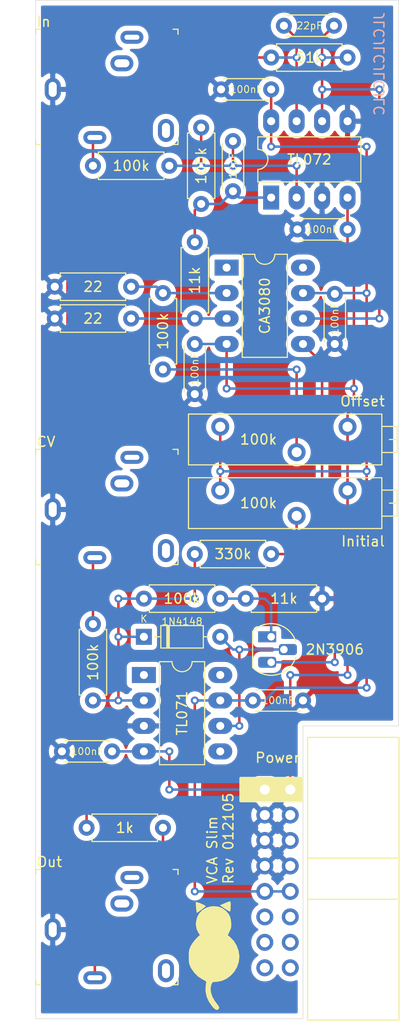
<source format=kicad_pcb>
(kicad_pcb (version 20171130) (host pcbnew "(5.1.9)-1")
  (layers (0 F.Cu signal) (31 B.Cu signal) (34 B.Paste user) (35 F.Paste user) (36 B.SilkS user) (37 F.SilkS user) (38 B.Mask user) (39 F.Mask user) (44 Edge.Cuts user))
  (net 0 "")
  (net 1 "Net-(C1-Pad2)")
  (net 2 "Net-(C1-Pad1)")
  (net 3 "Net-(C2-Pad2)")
  (net 4 "Net-(C2-Pad1)")
  (net 5 +12V)
  (net 6 -12V)
  (net 7 "Net-(D1-Pad2)")
  (net 8 "Net-(D1-Pad1)")
  (net 9 "Net-(J1-PadT)")
  (net 10 GND)
  (net 11 "Net-(J2-PadT)")
  (net 12 "Net-(J3-PadT)")
  (net 13 "Net-(Q1-Pad1)")
  (net 14 "Net-(Q1-Pad3)")
  (net 15 "Net-(R3-Pad1)")
  (net 16 "Net-(R7-Pad2)")
  (net 17 "Net-(R7-Pad1)")
  (net 18 "Net-(R10-Pad2)")
  (module "Logos:CATs Tiny" (layer F.Cu) (at 17.78 95.25)
    (fp_text reference G*** hide)
    (fp_text value LOGO hide)
    (fp_poly (pts (xy 0.456975 -4.829467) (xy 0.844529 -4.680439) (xy 1.191874 -4.417732) (xy 1.225458 -4.384822) (xy 1.464055 -4.107912) (xy 1.614725 -3.824626) (xy 1.697509 -3.48841) (xy 1.723932 -3.226841) (xy 1.734654 -2.951323) (xy 1.716742 -2.749366) (xy 1.65967 -2.562077) (xy 1.569921 -2.365136) (xy 1.384587 -1.986327) (xy 1.6542 -1.762371) (xy 2.003462 -1.391333) (xy 2.277837 -0.934957) (xy 2.461494 -0.427833) (xy 2.538602 0.095445) (xy 2.54 0.173282) (xy 2.479094 0.70132) (xy 2.306737 1.199219) (xy 2.038466 1.650702) (xy 1.689822 2.039491) (xy 1.276342 2.34931) (xy 0.813566 2.56388) (xy 0.317032 2.666923) (xy 0.153071 2.673684) (xy -0.034668 2.683029) (xy -0.140304 2.732592) (xy -0.215185 2.854664) (xy -0.245147 2.924124) (xy -0.328912 3.292435) (xy -0.298378 3.702429) (xy -0.158607 4.135591) (xy 0.085336 4.573404) (xy 0.274598 4.824623) (xy 0.44326 5.045034) (xy 0.52047 5.201237) (xy 0.514114 5.318485) (xy 0.454526 5.400842) (xy 0.324072 5.474092) (xy 0.173517 5.440022) (xy -0.011028 5.293) (xy -0.130663 5.163553) (xy -0.480998 4.677667) (xy -0.713949 4.170772) (xy -0.8228 3.658744) (xy -0.830224 3.509211) (xy -0.825258 3.237845) (xy -0.807069 2.990606) (xy -0.782155 2.833508) (xy -0.759598 2.718381) (xy -0.780562 2.638134) (xy -0.86865 2.564707) (xy -1.047465 2.470041) (xy -1.116366 2.436221) (xy -1.549326 2.159047) (xy -1.938428 1.784867) (xy -2.247699 1.350126) (xy -2.315877 1.220895) (xy -2.404608 1.024189) (xy -2.460164 0.848821) (xy -2.490089 0.652432) (xy -2.501923 0.392661) (xy -2.503487 0.167105) (xy -2.499561 -0.156144) (xy -2.482584 -0.388705) (xy -2.444758 -0.573474) (xy -2.378284 -0.753342) (xy -2.309046 -0.902368) (xy -2.143994 -1.180462) (xy -1.923215 -1.472277) (xy -1.755235 -1.655242) (xy -1.395863 -2.007063) (xy -1.52418 -2.189979) (xy -1.717078 -2.579583) (xy -1.793965 -3.026348) (xy -1.787131 -3.273137) (xy -1.682718 -3.746388) (xy -1.46985 -4.15336) (xy -1.162458 -4.481549) (xy -0.774479 -4.718456) (xy -0.319844 -4.851579) (xy 0 -4.876538) (xy 0.456975 -4.829467)) (layer F.SilkS) (width 0.01))
    (fp_poly (pts (xy -1.562706 -5.239162) (xy -1.330645 -5.154334) (xy -1.283703 -5.135003) (xy -1.058284 -5.033511) (xy -0.893477 -4.945537) (xy -0.817481 -4.886585) (xy -0.815808 -4.877756) (xy -0.873658 -4.81923) (xy -1.007804 -4.70839) (xy -1.186161 -4.56946) (xy -1.376644 -4.426659) (xy -1.547168 -4.304209) (xy -1.66565 -4.22633) (xy -1.698959 -4.211053) (xy -1.717896 -4.272226) (xy -1.742797 -4.433953) (xy -1.768786 -4.663544) (xy -1.772965 -4.707022) (xy -1.792492 -4.956568) (xy -1.800971 -5.155657) (xy -1.79686 -5.265493) (xy -1.795379 -5.271027) (xy -1.726325 -5.280374) (xy -1.562706 -5.239162)) (layer F.SilkS) (width 0.01))
    (fp_poly (pts (xy 1.658089 -5.308771) (xy 1.673741 -5.187171) (xy 1.671837 -4.983051) (xy 1.671052 -4.877819) (xy 1.6641 -4.588967) (xy 1.641688 -4.418388) (xy 1.601483 -4.351319) (xy 1.5875 -4.349029) (xy 1.496195 -4.386629) (xy 1.327628 -4.482723) (xy 1.113766 -4.618727) (xy 1.049907 -4.661574) (xy 0.595867 -4.969826) (xy 0.983065 -5.130296) (xy 1.287368 -5.258615) (xy 1.486744 -5.336478) (xy 1.603037 -5.355868) (xy 1.658089 -5.308771)) (layer F.SilkS) (width 0.01))
  )
  (module Package_DIP:DIP-8_W7.62mm_LongPads (layer F.Cu) (at 10.795 67.31)
    (fp_text reference U3 hide)
    (fp_text value TL071 (at 3.81 3.81 90) (layer F.SilkS))
    (fp_arc (start 3.81 -1.33) (end 2.81 -1.33) (angle -180) (layer F.SilkS) (width 0.12))
    (fp_line (start 2.81 -1.33) (end 1.56 -1.33) (layer F.SilkS) (width 0.12))
    (fp_line (start 1.56 -1.33) (end 1.56 8.95) (layer F.SilkS) (width 0.12))
    (fp_line (start 1.56 8.95) (end 6.06 8.95) (layer F.SilkS) (width 0.12))
    (fp_line (start 6.06 8.95) (end 6.06 -1.33) (layer F.SilkS) (width 0.12))
    (fp_line (start 6.06 -1.33) (end 4.81 -1.33) (layer F.SilkS) (width 0.12))
    (pad 8 thru_hole oval (at 7.62 0) (size 2.4 1.6) (drill 0.8) (layers *.Cu *.Mask))
    (pad 4 thru_hole oval (at 0 7.62) (size 2.4 1.6) (drill 0.8) (layers *.Cu *.Mask) (net 6 -12V))
    (pad 7 thru_hole oval (at 7.62 2.54) (size 2.4 1.6) (drill 0.8) (layers *.Cu *.Mask) (net 5 +12V))
    (pad 3 thru_hole oval (at 0 5.08) (size 2.4 1.6) (drill 0.8) (layers *.Cu *.Mask) (net 10 GND))
    (pad 6 thru_hole oval (at 7.62 5.08) (size 2.4 1.6) (drill 0.8) (layers *.Cu *.Mask) (net 7 "Net-(D1-Pad2)"))
    (pad 2 thru_hole oval (at 0 2.54) (size 2.4 1.6) (drill 0.8) (layers *.Cu *.Mask) (net 8 "Net-(D1-Pad1)"))
    (pad 5 thru_hole oval (at 7.62 7.62) (size 2.4 1.6) (drill 0.8) (layers *.Cu *.Mask))
    (pad 1 thru_hole rect (at 0 0) (size 2.4 1.6) (drill 0.8) (layers *.Cu *.Mask))
  )
  (module Package_DIP:DIP-8_W7.62mm_LongPads (layer F.Cu) (at 19.05 26.67)
    (fp_text reference U2 hide)
    (fp_text value CA3080 (at 3.81 3.81 90) (layer F.SilkS))
    (fp_arc (start 3.81 -1.33) (end 2.81 -1.33) (angle -180) (layer F.SilkS) (width 0.12))
    (fp_line (start 2.81 -1.33) (end 1.56 -1.33) (layer F.SilkS) (width 0.12))
    (fp_line (start 1.56 -1.33) (end 1.56 8.95) (layer F.SilkS) (width 0.12))
    (fp_line (start 1.56 8.95) (end 6.06 8.95) (layer F.SilkS) (width 0.12))
    (fp_line (start 6.06 8.95) (end 6.06 -1.33) (layer F.SilkS) (width 0.12))
    (fp_line (start 6.06 -1.33) (end 4.81 -1.33) (layer F.SilkS) (width 0.12))
    (pad 8 thru_hole oval (at 7.62 0) (size 2.4 1.6) (drill 0.8) (layers *.Cu *.Mask))
    (pad 4 thru_hole oval (at 0 7.62) (size 2.4 1.6) (drill 0.8) (layers *.Cu *.Mask) (net 6 -12V))
    (pad 7 thru_hole oval (at 7.62 2.54) (size 2.4 1.6) (drill 0.8) (layers *.Cu *.Mask) (net 5 +12V))
    (pad 3 thru_hole oval (at 0 5.08) (size 2.4 1.6) (drill 0.8) (layers *.Cu *.Mask) (net 15 "Net-(R3-Pad1)"))
    (pad 6 thru_hole oval (at 7.62 5.08) (size 2.4 1.6) (drill 0.8) (layers *.Cu *.Mask) (net 3 "Net-(C2-Pad2)"))
    (pad 2 thru_hole oval (at 0 2.54) (size 2.4 1.6) (drill 0.8) (layers *.Cu *.Mask) (net 17 "Net-(R7-Pad1)"))
    (pad 5 thru_hole oval (at 7.62 7.62) (size 2.4 1.6) (drill 0.8) (layers *.Cu *.Mask) (net 14 "Net-(Q1-Pad3)"))
    (pad 1 thru_hole rect (at 0 0) (size 2.4 1.6) (drill 0.8) (layers *.Cu *.Mask))
  )
  (module Package_DIP:DIP-8_W7.62mm_LongPads (layer F.Cu) (at 23.495 19.685 90)
    (fp_text reference U1 hide)
    (fp_text value TL072 (at 3.81 3.81 180) (layer F.SilkS))
    (fp_arc (start 3.81 -1.33) (end 2.81 -1.33) (angle -180) (layer F.SilkS) (width 0.12))
    (fp_line (start 2.81 -1.33) (end 1.56 -1.33) (layer F.SilkS) (width 0.12))
    (fp_line (start 1.56 -1.33) (end 1.56 8.95) (layer F.SilkS) (width 0.12))
    (fp_line (start 1.56 8.95) (end 6.06 8.95) (layer F.SilkS) (width 0.12))
    (fp_line (start 6.06 8.95) (end 6.06 -1.33) (layer F.SilkS) (width 0.12))
    (fp_line (start 6.06 -1.33) (end 4.81 -1.33) (layer F.SilkS) (width 0.12))
    (pad 8 thru_hole oval (at 7.62 0 90) (size 2.4 1.6) (drill 0.8) (layers *.Cu *.Mask) (net 5 +12V))
    (pad 4 thru_hole oval (at 0 7.62 90) (size 2.4 1.6) (drill 0.8) (layers *.Cu *.Mask) (net 6 -12V))
    (pad 7 thru_hole oval (at 7.62 2.54 90) (size 2.4 1.6) (drill 0.8) (layers *.Cu *.Mask) (net 4 "Net-(C2-Pad1)"))
    (pad 3 thru_hole oval (at 0 5.08 90) (size 2.4 1.6) (drill 0.8) (layers *.Cu *.Mask) (net 10 GND))
    (pad 6 thru_hole oval (at 7.62 5.08 90) (size 2.4 1.6) (drill 0.8) (layers *.Cu *.Mask) (net 3 "Net-(C2-Pad2)"))
    (pad 2 thru_hole oval (at 0 2.54 90) (size 2.4 1.6) (drill 0.8) (layers *.Cu *.Mask) (net 1 "Net-(C1-Pad2)"))
    (pad 5 thru_hole oval (at 7.62 7.62 90) (size 2.4 1.6) (drill 0.8) (layers *.Cu *.Mask) (net 10 GND))
    (pad 1 thru_hole rect (at 0 0 90) (size 2.4 1.6) (drill 0.8) (layers *.Cu *.Mask) (net 2 "Net-(C1-Pad1)"))
  )
  (module Capacitor_THT:C_Disc_D4.3mm_W1.9mm_P5.00mm (layer F.Cu) (at 7.62 74.93 180)
    (fp_text reference C8 hide)
    (fp_text value 100nF (at 2.5 0) (layer F.SilkS) (effects (font (size 0.7 0.7) (thickness 0.1))))
    (fp_line (start 0.23 -1.07) (end 4.77 -1.07) (layer F.SilkS) (width 0.12))
    (fp_line (start 0.23 1.07) (end 4.77 1.07) (layer F.SilkS) (width 0.12))
    (fp_line (start 0.23 -1.07) (end 0.23 -1.055) (layer F.SilkS) (width 0.12))
    (fp_line (start 0.23 1.055) (end 0.23 1.07) (layer F.SilkS) (width 0.12))
    (fp_line (start 4.77 -1.07) (end 4.77 -1.055) (layer F.SilkS) (width 0.12))
    (fp_line (start 4.77 1.055) (end 4.77 1.07) (layer F.SilkS) (width 0.12))
    (pad 2 thru_hole circle (at 5 0 180) (size 1.6 1.6) (drill 0.8) (layers *.Cu *.Mask) (net 10 GND))
    (pad 1 thru_hole circle (at 0 0 180) (size 1.6 1.6) (drill 0.8) (layers *.Cu *.Mask) (net 6 -12V))
  )
  (module Capacitor_THT:C_Disc_D4.3mm_W1.9mm_P5.00mm (layer F.Cu) (at 15.875 34.29 270)
    (fp_text reference C7 hide)
    (fp_text value 100nF (at 2.5 0 90) (layer F.SilkS) (effects (font (size 0.7 0.7) (thickness 0.1))))
    (fp_line (start 0.23 -1.07) (end 4.77 -1.07) (layer F.SilkS) (width 0.12))
    (fp_line (start 0.23 1.07) (end 4.77 1.07) (layer F.SilkS) (width 0.12))
    (fp_line (start 0.23 -1.07) (end 0.23 -1.055) (layer F.SilkS) (width 0.12))
    (fp_line (start 0.23 1.055) (end 0.23 1.07) (layer F.SilkS) (width 0.12))
    (fp_line (start 4.77 -1.07) (end 4.77 -1.055) (layer F.SilkS) (width 0.12))
    (fp_line (start 4.77 1.055) (end 4.77 1.07) (layer F.SilkS) (width 0.12))
    (pad 2 thru_hole circle (at 5 0 270) (size 1.6 1.6) (drill 0.8) (layers *.Cu *.Mask) (net 10 GND))
    (pad 1 thru_hole circle (at 0 0 270) (size 1.6 1.6) (drill 0.8) (layers *.Cu *.Mask) (net 6 -12V))
  )
  (module Capacitor_THT:C_Disc_D4.3mm_W1.9mm_P5.00mm (layer F.Cu) (at 31.115 22.86 180)
    (fp_text reference C4 hide)
    (fp_text value 100nF (at 2.54 0) (layer F.SilkS) (effects (font (size 0.7 0.7) (thickness 0.1))))
    (fp_line (start 0.23 -1.07) (end 4.77 -1.07) (layer F.SilkS) (width 0.12))
    (fp_line (start 0.23 1.07) (end 4.77 1.07) (layer F.SilkS) (width 0.12))
    (fp_line (start 0.23 -1.07) (end 0.23 -1.055) (layer F.SilkS) (width 0.12))
    (fp_line (start 0.23 1.055) (end 0.23 1.07) (layer F.SilkS) (width 0.12))
    (fp_line (start 4.77 -1.07) (end 4.77 -1.055) (layer F.SilkS) (width 0.12))
    (fp_line (start 4.77 1.055) (end 4.77 1.07) (layer F.SilkS) (width 0.12))
    (pad 2 thru_hole circle (at 5 0 180) (size 1.6 1.6) (drill 0.8) (layers *.Cu *.Mask) (net 10 GND))
    (pad 1 thru_hole circle (at 0 0 180) (size 1.6 1.6) (drill 0.8) (layers *.Cu *.Mask) (net 6 -12V))
  )
  (module Resistor_THT:R_Axial_DIN0207_L6.3mm_D2.5mm_P7.62mm_Horizontal (layer F.Cu) (at 10.795 59.69)
    (fp_text reference R12 hide)
    (fp_text value 100k (at 3.81 0) (layer F.SilkS))
    (fp_line (start 0.54 -1.04) (end 0.54 -1.37) (layer F.SilkS) (width 0.12))
    (fp_line (start 0.54 -1.37) (end 7.08 -1.37) (layer F.SilkS) (width 0.12))
    (fp_line (start 7.08 -1.37) (end 7.08 -1.04) (layer F.SilkS) (width 0.12))
    (fp_line (start 0.54 1.04) (end 0.54 1.37) (layer F.SilkS) (width 0.12))
    (fp_line (start 0.54 1.37) (end 7.08 1.37) (layer F.SilkS) (width 0.12))
    (fp_line (start 7.08 1.37) (end 7.08 1.04) (layer F.SilkS) (width 0.12))
    (pad 2 thru_hole oval (at 7.62 0) (size 1.6 1.6) (drill 0.8) (layers *.Cu *.Mask) (net 13 "Net-(Q1-Pad1)"))
    (pad 1 thru_hole circle (at 0 0) (size 1.6 1.6) (drill 0.8) (layers *.Cu *.Mask) (net 8 "Net-(D1-Pad1)"))
  )
  (module Resistor_THT:R_Axial_DIN0207_L6.3mm_D2.5mm_P7.62mm_Horizontal (layer F.Cu) (at 20.955 59.69)
    (fp_text reference R11)
    (fp_text value 11k (at 3.81 0) (layer F.SilkS))
    (fp_line (start 0.54 -1.04) (end 0.54 -1.37) (layer F.SilkS) (width 0.12))
    (fp_line (start 0.54 -1.37) (end 7.08 -1.37) (layer F.SilkS) (width 0.12))
    (fp_line (start 7.08 -1.37) (end 7.08 -1.04) (layer F.SilkS) (width 0.12))
    (fp_line (start 0.54 1.04) (end 0.54 1.37) (layer F.SilkS) (width 0.12))
    (fp_line (start 0.54 1.37) (end 7.08 1.37) (layer F.SilkS) (width 0.12))
    (fp_line (start 7.08 1.37) (end 7.08 1.04) (layer F.SilkS) (width 0.12))
    (pad 2 thru_hole oval (at 7.62 0) (size 1.6 1.6) (drill 0.8) (layers *.Cu *.Mask) (net 10 GND))
    (pad 1 thru_hole circle (at 0 0) (size 1.6 1.6) (drill 0.8) (layers *.Cu *.Mask) (net 13 "Net-(Q1-Pad1)"))
  )
  (module Resistor_THT:R_Axial_DIN0207_L6.3mm_D2.5mm_P7.62mm_Horizontal (layer F.Cu) (at 15.875 55.245)
    (fp_text reference R10 hide)
    (fp_text value 330k (at 3.81 0) (layer F.SilkS))
    (fp_line (start 0.54 -1.04) (end 0.54 -1.37) (layer F.SilkS) (width 0.12))
    (fp_line (start 0.54 -1.37) (end 7.08 -1.37) (layer F.SilkS) (width 0.12))
    (fp_line (start 7.08 -1.37) (end 7.08 -1.04) (layer F.SilkS) (width 0.12))
    (fp_line (start 0.54 1.04) (end 0.54 1.37) (layer F.SilkS) (width 0.12))
    (fp_line (start 0.54 1.37) (end 7.08 1.37) (layer F.SilkS) (width 0.12))
    (fp_line (start 7.08 1.37) (end 7.08 1.04) (layer F.SilkS) (width 0.12))
    (pad 2 thru_hole oval (at 7.62 0) (size 1.6 1.6) (drill 0.8) (layers *.Cu *.Mask) (net 18 "Net-(R10-Pad2)"))
    (pad 1 thru_hole circle (at 0 0) (size 1.6 1.6) (drill 0.8) (layers *.Cu *.Mask) (net 8 "Net-(D1-Pad1)"))
  )
  (module Resistor_THT:R_Axial_DIN0207_L6.3mm_D2.5mm_P7.62mm_Horizontal (layer F.Cu) (at 5.715 69.85 90)
    (fp_text reference R9 hide)
    (fp_text value 100k (at 3.81 0 90) (layer F.SilkS))
    (fp_line (start 0.54 -1.04) (end 0.54 -1.37) (layer F.SilkS) (width 0.12))
    (fp_line (start 0.54 -1.37) (end 7.08 -1.37) (layer F.SilkS) (width 0.12))
    (fp_line (start 7.08 -1.37) (end 7.08 -1.04) (layer F.SilkS) (width 0.12))
    (fp_line (start 0.54 1.04) (end 0.54 1.37) (layer F.SilkS) (width 0.12))
    (fp_line (start 0.54 1.37) (end 7.08 1.37) (layer F.SilkS) (width 0.12))
    (fp_line (start 7.08 1.37) (end 7.08 1.04) (layer F.SilkS) (width 0.12))
    (pad 2 thru_hole oval (at 7.62 0 90) (size 1.6 1.6) (drill 0.8) (layers *.Cu *.Mask) (net 12 "Net-(J3-PadT)"))
    (pad 1 thru_hole circle (at 0 0 90) (size 1.6 1.6) (drill 0.8) (layers *.Cu *.Mask) (net 8 "Net-(D1-Pad1)"))
  )
  (module Resistor_THT:R_Axial_DIN0207_L6.3mm_D2.5mm_P7.62mm_Horizontal (layer F.Cu) (at 1.905 28.575)
    (fp_text reference R8 hide)
    (fp_text value 22 (at 3.81 0) (layer F.SilkS))
    (fp_line (start 0.54 -1.04) (end 0.54 -1.37) (layer F.SilkS) (width 0.12))
    (fp_line (start 0.54 -1.37) (end 7.08 -1.37) (layer F.SilkS) (width 0.12))
    (fp_line (start 7.08 -1.37) (end 7.08 -1.04) (layer F.SilkS) (width 0.12))
    (fp_line (start 0.54 1.04) (end 0.54 1.37) (layer F.SilkS) (width 0.12))
    (fp_line (start 0.54 1.37) (end 7.08 1.37) (layer F.SilkS) (width 0.12))
    (fp_line (start 7.08 1.37) (end 7.08 1.04) (layer F.SilkS) (width 0.12))
    (pad 2 thru_hole oval (at 7.62 0) (size 1.6 1.6) (drill 0.8) (layers *.Cu *.Mask) (net 17 "Net-(R7-Pad1)"))
    (pad 1 thru_hole circle (at 0 0) (size 1.6 1.6) (drill 0.8) (layers *.Cu *.Mask) (net 10 GND))
  )
  (module Resistor_THT:R_Axial_DIN0207_L6.3mm_D2.5mm_P7.62mm_Horizontal (layer F.Cu) (at 12.7 29.21 270)
    (fp_text reference R7 hide)
    (fp_text value 100k (at 3.81 0 90) (layer F.SilkS))
    (fp_line (start 0.54 -1.04) (end 0.54 -1.37) (layer F.SilkS) (width 0.12))
    (fp_line (start 0.54 -1.37) (end 7.08 -1.37) (layer F.SilkS) (width 0.12))
    (fp_line (start 7.08 -1.37) (end 7.08 -1.04) (layer F.SilkS) (width 0.12))
    (fp_line (start 0.54 1.04) (end 0.54 1.37) (layer F.SilkS) (width 0.12))
    (fp_line (start 0.54 1.37) (end 7.08 1.37) (layer F.SilkS) (width 0.12))
    (fp_line (start 7.08 1.37) (end 7.08 1.04) (layer F.SilkS) (width 0.12))
    (pad 2 thru_hole oval (at 7.62 0 270) (size 1.6 1.6) (drill 0.8) (layers *.Cu *.Mask) (net 16 "Net-(R7-Pad2)"))
    (pad 1 thru_hole circle (at 0 0 270) (size 1.6 1.6) (drill 0.8) (layers *.Cu *.Mask) (net 17 "Net-(R7-Pad1)"))
  )
  (module Resistor_THT:R_Axial_DIN0207_L6.3mm_D2.5mm_P7.62mm_Horizontal (layer F.Cu) (at 12.7 82.55 180)
    (fp_text reference R6 hide)
    (fp_text value 1k (at 3.81 0) (layer F.SilkS))
    (fp_line (start 0.54 -1.04) (end 0.54 -1.37) (layer F.SilkS) (width 0.12))
    (fp_line (start 0.54 -1.37) (end 7.08 -1.37) (layer F.SilkS) (width 0.12))
    (fp_line (start 7.08 -1.37) (end 7.08 -1.04) (layer F.SilkS) (width 0.12))
    (fp_line (start 0.54 1.04) (end 0.54 1.37) (layer F.SilkS) (width 0.12))
    (fp_line (start 0.54 1.37) (end 7.08 1.37) (layer F.SilkS) (width 0.12))
    (fp_line (start 7.08 1.37) (end 7.08 1.04) (layer F.SilkS) (width 0.12))
    (pad 2 thru_hole oval (at 7.62 0 180) (size 1.6 1.6) (drill 0.8) (layers *.Cu *.Mask) (net 4 "Net-(C2-Pad1)"))
    (pad 1 thru_hole circle (at 0 0 180) (size 1.6 1.6) (drill 0.8) (layers *.Cu *.Mask) (net 11 "Net-(J2-PadT)"))
  )
  (module Resistor_THT:R_Axial_DIN0207_L6.3mm_D2.5mm_P7.62mm_Horizontal (layer F.Cu) (at 23.495 5.715)
    (fp_text reference R5 hide)
    (fp_text value 51k (at 3.81 0) (layer F.SilkS))
    (fp_line (start 0.54 -1.04) (end 0.54 -1.37) (layer F.SilkS) (width 0.12))
    (fp_line (start 0.54 -1.37) (end 7.08 -1.37) (layer F.SilkS) (width 0.12))
    (fp_line (start 7.08 -1.37) (end 7.08 -1.04) (layer F.SilkS) (width 0.12))
    (fp_line (start 0.54 1.04) (end 0.54 1.37) (layer F.SilkS) (width 0.12))
    (fp_line (start 0.54 1.37) (end 7.08 1.37) (layer F.SilkS) (width 0.12))
    (fp_line (start 7.08 1.37) (end 7.08 1.04) (layer F.SilkS) (width 0.12))
    (pad 2 thru_hole oval (at 7.62 0) (size 1.6 1.6) (drill 0.8) (layers *.Cu *.Mask) (net 3 "Net-(C2-Pad2)"))
    (pad 1 thru_hole circle (at 0 0) (size 1.6 1.6) (drill 0.8) (layers *.Cu *.Mask) (net 4 "Net-(C2-Pad1)"))
  )
  (module Resistor_THT:R_Axial_DIN0207_L6.3mm_D2.5mm_P7.62mm_Horizontal (layer F.Cu) (at 1.905 31.75)
    (fp_text reference R4 hide)
    (fp_text value 22 (at 3.81 0) (layer F.SilkS))
    (fp_line (start 0.54 -1.04) (end 0.54 -1.37) (layer F.SilkS) (width 0.12))
    (fp_line (start 0.54 -1.37) (end 7.08 -1.37) (layer F.SilkS) (width 0.12))
    (fp_line (start 7.08 -1.37) (end 7.08 -1.04) (layer F.SilkS) (width 0.12))
    (fp_line (start 0.54 1.04) (end 0.54 1.37) (layer F.SilkS) (width 0.12))
    (fp_line (start 0.54 1.37) (end 7.08 1.37) (layer F.SilkS) (width 0.12))
    (fp_line (start 7.08 1.37) (end 7.08 1.04) (layer F.SilkS) (width 0.12))
    (pad 2 thru_hole oval (at 7.62 0) (size 1.6 1.6) (drill 0.8) (layers *.Cu *.Mask) (net 15 "Net-(R3-Pad1)"))
    (pad 1 thru_hole circle (at 0 0) (size 1.6 1.6) (drill 0.8) (layers *.Cu *.Mask) (net 10 GND))
  )
  (module Resistor_THT:R_Axial_DIN0207_L6.3mm_D2.5mm_P7.62mm_Horizontal (layer F.Cu) (at 15.875 31.75 90)
    (fp_text reference R3 hide)
    (fp_text value 11k (at 3.81 0 90) (layer F.SilkS))
    (fp_line (start 0.54 -1.04) (end 0.54 -1.37) (layer F.SilkS) (width 0.12))
    (fp_line (start 0.54 -1.37) (end 7.08 -1.37) (layer F.SilkS) (width 0.12))
    (fp_line (start 7.08 -1.37) (end 7.08 -1.04) (layer F.SilkS) (width 0.12))
    (fp_line (start 0.54 1.04) (end 0.54 1.37) (layer F.SilkS) (width 0.12))
    (fp_line (start 0.54 1.37) (end 7.08 1.37) (layer F.SilkS) (width 0.12))
    (fp_line (start 7.08 1.37) (end 7.08 1.04) (layer F.SilkS) (width 0.12))
    (pad 2 thru_hole oval (at 7.62 0 90) (size 1.6 1.6) (drill 0.8) (layers *.Cu *.Mask) (net 2 "Net-(C1-Pad1)"))
    (pad 1 thru_hole circle (at 0 0 90) (size 1.6 1.6) (drill 0.8) (layers *.Cu *.Mask) (net 15 "Net-(R3-Pad1)"))
  )
  (module Resistor_THT:R_Axial_DIN0207_L6.3mm_D2.5mm_P7.62mm_Horizontal (layer F.Cu) (at 16.51 20.32 90)
    (fp_text reference R2 hide)
    (fp_text value 100k (at 3.81 0 90) (layer F.SilkS))
    (fp_line (start 0.54 -1.04) (end 0.54 -1.37) (layer F.SilkS) (width 0.12))
    (fp_line (start 0.54 -1.37) (end 7.08 -1.37) (layer F.SilkS) (width 0.12))
    (fp_line (start 7.08 -1.37) (end 7.08 -1.04) (layer F.SilkS) (width 0.12))
    (fp_line (start 0.54 1.04) (end 0.54 1.37) (layer F.SilkS) (width 0.12))
    (fp_line (start 0.54 1.37) (end 7.08 1.37) (layer F.SilkS) (width 0.12))
    (fp_line (start 7.08 1.37) (end 7.08 1.04) (layer F.SilkS) (width 0.12))
    (pad 2 thru_hole oval (at 7.62 0 90) (size 1.6 1.6) (drill 0.8) (layers *.Cu *.Mask) (net 1 "Net-(C1-Pad2)"))
    (pad 1 thru_hole circle (at 0 0 90) (size 1.6 1.6) (drill 0.8) (layers *.Cu *.Mask) (net 2 "Net-(C1-Pad1)"))
  )
  (module Resistor_THT:R_Axial_DIN0207_L6.3mm_D2.5mm_P7.62mm_Horizontal (layer F.Cu) (at 13.335 16.51 180)
    (fp_text reference R1 hide)
    (fp_text value 100k (at 3.81 0) (layer F.SilkS))
    (fp_line (start 0.54 -1.04) (end 0.54 -1.37) (layer F.SilkS) (width 0.12))
    (fp_line (start 0.54 -1.37) (end 7.08 -1.37) (layer F.SilkS) (width 0.12))
    (fp_line (start 7.08 -1.37) (end 7.08 -1.04) (layer F.SilkS) (width 0.12))
    (fp_line (start 0.54 1.04) (end 0.54 1.37) (layer F.SilkS) (width 0.12))
    (fp_line (start 0.54 1.37) (end 7.08 1.37) (layer F.SilkS) (width 0.12))
    (fp_line (start 7.08 1.37) (end 7.08 1.04) (layer F.SilkS) (width 0.12))
    (pad 2 thru_hole oval (at 7.62 0 180) (size 1.6 1.6) (drill 0.8) (layers *.Cu *.Mask) (net 9 "Net-(J1-PadT)"))
    (pad 1 thru_hole circle (at 0 0 180) (size 1.6 1.6) (drill 0.8) (layers *.Cu *.Mask) (net 1 "Net-(C1-Pad2)"))
  )
  (module Potentiometer_THT:Potentiometer_Bourns_3006P_Horizontal (layer F.Cu) (at 18.415 48.895 180)
    (fp_text reference RV2 hide)
    (fp_text value 100k (at -3.81 -1.27) (layer F.SilkS))
    (fp_line (start -16.12 -3.805) (end 3.17 -3.805) (layer F.SilkS) (width 0.12))
    (fp_line (start -16.12 1.265) (end 3.17 1.265) (layer F.SilkS) (width 0.12))
    (fp_line (start -16.12 -3.805) (end -16.12 1.265) (layer F.SilkS) (width 0.12))
    (fp_line (start 3.17 -3.805) (end 3.17 1.265) (layer F.SilkS) (width 0.12))
    (fp_line (start -17.64 -2.569) (end -16.121 -2.569) (layer F.SilkS) (width 0.12))
    (fp_line (start -17.64 0.03) (end -16.121 0.03) (layer F.SilkS) (width 0.12))
    (fp_line (start -17.64 -2.569) (end -17.64 0.03) (layer F.SilkS) (width 0.12))
    (fp_line (start -16.121 -2.569) (end -16.121 0.03) (layer F.SilkS) (width 0.12))
    (fp_line (start -17.64 -1.27) (end -16.881 -1.27) (layer F.SilkS) (width 0.12))
    (pad 3 thru_hole circle (at -12.7 0 180) (size 1.8 1.8) (drill 1) (layers *.Cu *.Mask) (net 6 -12V))
    (pad 2 thru_hole circle (at -7.62 -2.54 180) (size 1.8 1.8) (drill 1) (layers *.Cu *.Mask) (net 18 "Net-(R10-Pad2)"))
    (pad 1 thru_hole circle (at 0 0 180) (size 1.8 1.8) (drill 1) (layers *.Cu *.Mask) (net 5 +12V))
  )
  (module Potentiometer_THT:Potentiometer_Bourns_3006P_Horizontal (layer F.Cu) (at 18.415 42.545 180)
    (fp_text reference RV1 hide)
    (fp_text value 100k (at -3.81 -1.27) (layer F.SilkS))
    (fp_line (start -16.12 -3.805) (end 3.17 -3.805) (layer F.SilkS) (width 0.12))
    (fp_line (start -16.12 1.265) (end 3.17 1.265) (layer F.SilkS) (width 0.12))
    (fp_line (start -16.12 -3.805) (end -16.12 1.265) (layer F.SilkS) (width 0.12))
    (fp_line (start 3.17 -3.805) (end 3.17 1.265) (layer F.SilkS) (width 0.12))
    (fp_line (start -17.64 -2.569) (end -16.121 -2.569) (layer F.SilkS) (width 0.12))
    (fp_line (start -17.64 0.03) (end -16.121 0.03) (layer F.SilkS) (width 0.12))
    (fp_line (start -17.64 -2.569) (end -17.64 0.03) (layer F.SilkS) (width 0.12))
    (fp_line (start -16.121 -2.569) (end -16.121 0.03) (layer F.SilkS) (width 0.12))
    (fp_line (start -17.64 -1.27) (end -16.881 -1.27) (layer F.SilkS) (width 0.12))
    (pad 3 thru_hole circle (at -12.7 0 180) (size 1.8 1.8) (drill 1) (layers *.Cu *.Mask) (net 6 -12V))
    (pad 2 thru_hole circle (at -7.62 -2.54 180) (size 1.8 1.8) (drill 1) (layers *.Cu *.Mask) (net 16 "Net-(R7-Pad2)"))
    (pad 1 thru_hole circle (at 0 0 180) (size 1.8 1.8) (drill 1) (layers *.Cu *.Mask) (net 5 +12V))
  )
  (module Package_TO_SOT_THT:TO-92_HandSolder (layer F.Cu) (at 23.495 63.5 270)
    (fp_text reference Q1 hide)
    (fp_text value 2N3906 (at 1.27 -6.35 180) (layer F.SilkS))
    (fp_arc (start 1.27 0) (end 2.05 -2.45) (angle 117.6433766) (layer F.SilkS) (width 0.12))
    (fp_arc (start 1.27 0) (end 0.45 -2.45) (angle -116.9632683) (layer F.SilkS) (width 0.12))
    (fp_line (start -0.53 1.85) (end 3.07 1.85) (layer F.SilkS) (width 0.12))
    (pad 1 thru_hole rect (at 0 0 270) (size 1.1 1.8) (drill 0.75 (offset 0 0.4)) (layers *.Cu *.Mask) (net 13 "Net-(Q1-Pad1)"))
    (pad 3 thru_hole roundrect (at 2.54 0 270) (size 1.1 1.8) (drill 0.75 (offset 0 0.4)) (layers *.Cu *.Mask) (net 14 "Net-(Q1-Pad3)"))
    (pad 2 thru_hole roundrect (at 1.27 -1.27 270) (size 1.1 1.8) (drill 0.75 (offset 0 -0.4)) (layers *.Cu *.Mask) (net 7 "Net-(D1-Pad2)"))
  )
  (module Connector_IDC:IDC-Header_2x08_P2.54mm_Horizontal (layer F.Cu) (at 22.86 78.74)
    (fp_text reference J7 hide)
    (fp_text value Power (at 1.27 -3.175) (layer F.SilkS))
    (fp_line (start 4.27 6.84) (end 13.39 6.84) (layer F.SilkS) (width 0.12))
    (fp_line (start 4.27 10.94) (end 13.39 10.94) (layer F.SilkS) (width 0.12))
    (fp_line (start 4.27 -5.21) (end 13.39 -5.21) (layer F.SilkS) (width 0.12))
    (fp_line (start 13.39 -5.21) (end 13.39 22.99) (layer F.SilkS) (width 0.12))
    (fp_line (start 13.39 22.99) (end 4.27 22.99) (layer F.SilkS) (width 0.12))
    (fp_line (start 4.27 22.99) (end 4.27 -5.21) (layer F.SilkS) (width 0.12))
    (fp_line (start -1.35 0) (end -2.35 -0.5) (layer F.SilkS) (width 0.12))
    (fp_line (start -2.35 -0.5) (end -2.35 0.5) (layer F.SilkS) (width 0.12))
    (fp_line (start -2.35 0.5) (end -1.35 0) (layer F.SilkS) (width 0.12))
    (pad 16 thru_hole circle (at 2.54 17.78) (size 1.7 1.7) (drill 1) (layers *.Cu *.Mask))
    (pad 14 thru_hole circle (at 2.54 15.24) (size 1.7 1.7) (drill 1) (layers *.Cu *.Mask))
    (pad 12 thru_hole circle (at 2.54 12.7) (size 1.7 1.7) (drill 1) (layers *.Cu *.Mask))
    (pad 10 thru_hole circle (at 2.54 10.16) (size 1.7 1.7) (drill 1) (layers *.Cu *.Mask) (net 5 +12V))
    (pad 8 thru_hole circle (at 2.54 7.62) (size 1.7 1.7) (drill 1) (layers *.Cu *.Mask) (net 10 GND))
    (pad 6 thru_hole circle (at 2.54 5.08) (size 1.7 1.7) (drill 1) (layers *.Cu *.Mask) (net 10 GND))
    (pad 4 thru_hole circle (at 2.54 2.54) (size 1.7 1.7) (drill 1) (layers *.Cu *.Mask) (net 10 GND))
    (pad 2 thru_hole circle (at 2.54 0) (size 1.7 1.7) (drill 1) (layers *.Cu *.Mask) (net 6 -12V))
    (pad 15 thru_hole circle (at 0 17.78) (size 1.7 1.7) (drill 1) (layers *.Cu *.Mask))
    (pad 13 thru_hole circle (at 0 15.24) (size 1.7 1.7) (drill 1) (layers *.Cu *.Mask))
    (pad 11 thru_hole circle (at 0 12.7) (size 1.7 1.7) (drill 1) (layers *.Cu *.Mask))
    (pad 9 thru_hole circle (at 0 10.16) (size 1.7 1.7) (drill 1) (layers *.Cu *.Mask) (net 5 +12V))
    (pad 7 thru_hole circle (at 0 7.62) (size 1.7 1.7) (drill 1) (layers *.Cu *.Mask) (net 10 GND))
    (pad 5 thru_hole circle (at 0 5.08) (size 1.7 1.7) (drill 1) (layers *.Cu *.Mask) (net 10 GND))
    (pad 3 thru_hole circle (at 0 2.54) (size 1.7 1.7) (drill 1) (layers *.Cu *.Mask) (net 10 GND))
    (pad 1 thru_hole roundrect (at 0 0) (size 1.7 1.7) (drill 1) (layers *.Cu *.Mask) (roundrect_rratio 0.1470588235294118) (net 6 -12V))
  )
  (module Connector_Audio_PJSeries:PJ-324M-3 (layer F.Cu) (at 0 50.8)
    (fp_text reference J3 hide)
    (fp_text value CV (at 0 -6.75) (layer F.SilkS) (effects (justify left)))
    (fp_line (start 0 5.5) (end 0.5 5.5) (layer F.SilkS) (width 0.12))
    (fp_line (start 0 5.5) (end 0 5) (layer F.SilkS) (width 0.12))
    (fp_line (start 14.2 5.5) (end 13.7 5.5) (layer F.SilkS) (width 0.12))
    (fp_line (start 14.2 5.5) (end 14.2 5) (layer F.SilkS) (width 0.12))
    (fp_line (start 14.2 -6) (end 13.7 -6) (layer F.SilkS) (width 0.12))
    (fp_line (start 14.2 -6) (end 14.2 -5.5) (layer F.SilkS) (width 0.12))
    (fp_line (start 0 -6) (end 0.5 -6) (layer F.SilkS) (width 0.12))
    (fp_line (start 0 -6) (end 0 -5.5) (layer F.SilkS) (width 0.12))
    (pad T thru_hole oval (at 5.9 4.8 90) (size 1.3 2.3) (drill oval 0.5 1.5) (layers *.Cu *.Mask) (net 12 "Net-(J3-PadT)"))
    (pad "" thru_hole oval (at 9.6 -5.2 90) (size 1.3 2.3) (drill oval 0.5 1.5) (layers *.Cu *.Mask))
    (pad "" thru_hole oval (at 8.6 -2.6 90) (size 1.6 2.3) (drill oval 0.8 1.5) (layers *.Cu *.Mask))
    (pad TN thru_hole oval (at 13 4.1) (size 1.6 2.3) (drill oval 0.8 1.5) (layers *.Cu *.Mask))
    (pad S thru_hole oval (at 1.7 0) (size 1.6 2.3) (drill oval 0.8 1.5) (layers *.Cu *.Mask) (net 10 GND))
  )
  (module Connector_Audio_PJSeries:PJ-324M-3 (layer F.Cu) (at 0 92.71)
    (fp_text reference J2 hide)
    (fp_text value Out (at 0 -6.75) (layer F.SilkS) (effects (justify left)))
    (fp_line (start 0 5.5) (end 0.5 5.5) (layer F.SilkS) (width 0.12))
    (fp_line (start 0 5.5) (end 0 5) (layer F.SilkS) (width 0.12))
    (fp_line (start 14.2 5.5) (end 13.7 5.5) (layer F.SilkS) (width 0.12))
    (fp_line (start 14.2 5.5) (end 14.2 5) (layer F.SilkS) (width 0.12))
    (fp_line (start 14.2 -6) (end 13.7 -6) (layer F.SilkS) (width 0.12))
    (fp_line (start 14.2 -6) (end 14.2 -5.5) (layer F.SilkS) (width 0.12))
    (fp_line (start 0 -6) (end 0.5 -6) (layer F.SilkS) (width 0.12))
    (fp_line (start 0 -6) (end 0 -5.5) (layer F.SilkS) (width 0.12))
    (pad T thru_hole oval (at 5.9 4.8 90) (size 1.3 2.3) (drill oval 0.5 1.5) (layers *.Cu *.Mask) (net 11 "Net-(J2-PadT)"))
    (pad "" thru_hole oval (at 9.6 -5.2 90) (size 1.3 2.3) (drill oval 0.5 1.5) (layers *.Cu *.Mask))
    (pad "" thru_hole oval (at 8.6 -2.6 90) (size 1.6 2.3) (drill oval 0.8 1.5) (layers *.Cu *.Mask))
    (pad TN thru_hole oval (at 13 4.1) (size 1.6 2.3) (drill oval 0.8 1.5) (layers *.Cu *.Mask))
    (pad S thru_hole oval (at 1.7 0) (size 1.6 2.3) (drill oval 0.8 1.5) (layers *.Cu *.Mask) (net 10 GND))
  )
  (module Connector_Audio_PJSeries:PJ-324M-3 (layer F.Cu) (at 0 8.89)
    (fp_text reference J1 hide)
    (fp_text value In (at 0 -6.75) (layer F.SilkS) (effects (justify left)))
    (fp_line (start 0 5.5) (end 0.5 5.5) (layer F.SilkS) (width 0.12))
    (fp_line (start 0 5.5) (end 0 5) (layer F.SilkS) (width 0.12))
    (fp_line (start 14.2 5.5) (end 13.7 5.5) (layer F.SilkS) (width 0.12))
    (fp_line (start 14.2 5.5) (end 14.2 5) (layer F.SilkS) (width 0.12))
    (fp_line (start 14.2 -6) (end 13.7 -6) (layer F.SilkS) (width 0.12))
    (fp_line (start 14.2 -6) (end 14.2 -5.5) (layer F.SilkS) (width 0.12))
    (fp_line (start 0 -6) (end 0.5 -6) (layer F.SilkS) (width 0.12))
    (fp_line (start 0 -6) (end 0 -5.5) (layer F.SilkS) (width 0.12))
    (pad T thru_hole oval (at 5.9 4.8 90) (size 1.3 2.3) (drill oval 0.5 1.5) (layers *.Cu *.Mask) (net 9 "Net-(J1-PadT)"))
    (pad "" thru_hole oval (at 9.6 -5.2 90) (size 1.3 2.3) (drill oval 0.5 1.5) (layers *.Cu *.Mask))
    (pad "" thru_hole oval (at 8.6 -2.6 90) (size 1.6 2.3) (drill oval 0.8 1.5) (layers *.Cu *.Mask))
    (pad TN thru_hole oval (at 13 4.1) (size 1.6 2.3) (drill oval 0.8 1.5) (layers *.Cu *.Mask))
    (pad S thru_hole oval (at 1.7 0) (size 1.6 2.3) (drill oval 0.8 1.5) (layers *.Cu *.Mask) (net 10 GND))
  )
  (module Diode_THT:D_DO-35_SOD27_P7.62mm_Horizontal (layer F.Cu) (at 10.795 63.5)
    (fp_text reference D1 hide)
    (fp_text value 1N4148 (at 3.81 -1.524) (layer F.SilkS) (effects (font (size 0.7 0.7) (thickness 0.1))))
    (fp_text user K (at 0 -1.8) (layer F.SilkS) (effects (font (size 0.7 0.7) (thickness 0.1))))
    (fp_line (start 1.69 -1.12) (end 1.69 1.12) (layer F.SilkS) (width 0.12))
    (fp_line (start 1.69 1.12) (end 5.93 1.12) (layer F.SilkS) (width 0.12))
    (fp_line (start 5.93 1.12) (end 5.93 -1.12) (layer F.SilkS) (width 0.12))
    (fp_line (start 5.93 -1.12) (end 1.69 -1.12) (layer F.SilkS) (width 0.12))
    (fp_line (start 1.04 0) (end 1.69 0) (layer F.SilkS) (width 0.12))
    (fp_line (start 6.58 0) (end 5.93 0) (layer F.SilkS) (width 0.12))
    (fp_line (start 2.41 -1.12) (end 2.41 1.12) (layer F.SilkS) (width 0.12))
    (fp_line (start 2.53 -1.12) (end 2.53 1.12) (layer F.SilkS) (width 0.12))
    (fp_line (start 2.29 -1.12) (end 2.29 1.12) (layer F.SilkS) (width 0.12))
    (pad 2 thru_hole oval (at 7.62 0) (size 1.6 1.6) (drill 0.8) (layers *.Cu *.Mask) (net 7 "Net-(D1-Pad2)"))
    (pad 1 thru_hole rect (at 0 0) (size 1.6 1.6) (drill 0.8) (layers *.Cu *.Mask) (net 8 "Net-(D1-Pad1)"))
  )
  (module Capacitor_THT:C_Disc_D4.3mm_W1.9mm_P5.00mm (layer F.Cu) (at 26.67 69.85 180)
    (fp_text reference C6 hide)
    (fp_text value 100nF (at 2.5 0) (layer F.SilkS) (effects (font (size 0.7 0.7) (thickness 0.1))))
    (fp_line (start 0.23 -1.07) (end 4.77 -1.07) (layer F.SilkS) (width 0.12))
    (fp_line (start 0.23 1.07) (end 4.77 1.07) (layer F.SilkS) (width 0.12))
    (fp_line (start 0.23 -1.07) (end 0.23 -1.055) (layer F.SilkS) (width 0.12))
    (fp_line (start 0.23 1.055) (end 0.23 1.07) (layer F.SilkS) (width 0.12))
    (fp_line (start 4.77 -1.07) (end 4.77 -1.055) (layer F.SilkS) (width 0.12))
    (fp_line (start 4.77 1.055) (end 4.77 1.07) (layer F.SilkS) (width 0.12))
    (pad 2 thru_hole circle (at 5 0 180) (size 1.6 1.6) (drill 0.8) (layers *.Cu *.Mask) (net 5 +12V))
    (pad 1 thru_hole circle (at 0 0 180) (size 1.6 1.6) (drill 0.8) (layers *.Cu *.Mask) (net 10 GND))
  )
  (module Capacitor_THT:C_Disc_D4.3mm_W1.9mm_P5.00mm (layer F.Cu) (at 29.845 34.29 90)
    (fp_text reference C5 hide)
    (fp_text value 100nF (at 2.5 0 90) (layer F.SilkS) (effects (font (size 0.7 0.7) (thickness 0.1))))
    (fp_line (start 0.23 -1.07) (end 4.77 -1.07) (layer F.SilkS) (width 0.12))
    (fp_line (start 0.23 1.07) (end 4.77 1.07) (layer F.SilkS) (width 0.12))
    (fp_line (start 0.23 -1.07) (end 0.23 -1.055) (layer F.SilkS) (width 0.12))
    (fp_line (start 0.23 1.055) (end 0.23 1.07) (layer F.SilkS) (width 0.12))
    (fp_line (start 4.77 -1.07) (end 4.77 -1.055) (layer F.SilkS) (width 0.12))
    (fp_line (start 4.77 1.055) (end 4.77 1.07) (layer F.SilkS) (width 0.12))
    (pad 2 thru_hole circle (at 5 0 90) (size 1.6 1.6) (drill 0.8) (layers *.Cu *.Mask) (net 5 +12V))
    (pad 1 thru_hole circle (at 0 0 90) (size 1.6 1.6) (drill 0.8) (layers *.Cu *.Mask) (net 10 GND))
  )
  (module Capacitor_THT:C_Disc_D4.3mm_W1.9mm_P5.00mm (layer F.Cu) (at 18.495 8.89)
    (fp_text reference C3 hide)
    (fp_text value 100nF (at 2.5 0) (layer F.SilkS) (effects (font (size 0.7 0.7) (thickness 0.1))))
    (fp_line (start 0.23 -1.07) (end 4.77 -1.07) (layer F.SilkS) (width 0.12))
    (fp_line (start 0.23 1.07) (end 4.77 1.07) (layer F.SilkS) (width 0.12))
    (fp_line (start 0.23 -1.07) (end 0.23 -1.055) (layer F.SilkS) (width 0.12))
    (fp_line (start 0.23 1.055) (end 0.23 1.07) (layer F.SilkS) (width 0.12))
    (fp_line (start 4.77 -1.07) (end 4.77 -1.055) (layer F.SilkS) (width 0.12))
    (fp_line (start 4.77 1.055) (end 4.77 1.07) (layer F.SilkS) (width 0.12))
    (pad 2 thru_hole circle (at 5 0) (size 1.6 1.6) (drill 0.8) (layers *.Cu *.Mask) (net 5 +12V))
    (pad 1 thru_hole circle (at 0 0) (size 1.6 1.6) (drill 0.8) (layers *.Cu *.Mask) (net 10 GND))
  )
  (module Capacitor_THT:C_Disc_D4.3mm_W1.9mm_P5.00mm (layer F.Cu) (at 24.765 2.54)
    (fp_text reference C2 hide)
    (fp_text value 22pF (at 2.54 0) (layer F.SilkS) (effects (font (size 0.7 0.7) (thickness 0.1))))
    (fp_line (start 0.23 -1.07) (end 4.77 -1.07) (layer F.SilkS) (width 0.12))
    (fp_line (start 0.23 1.07) (end 4.77 1.07) (layer F.SilkS) (width 0.12))
    (fp_line (start 0.23 -1.07) (end 0.23 -1.055) (layer F.SilkS) (width 0.12))
    (fp_line (start 0.23 1.055) (end 0.23 1.07) (layer F.SilkS) (width 0.12))
    (fp_line (start 4.77 -1.07) (end 4.77 -1.055) (layer F.SilkS) (width 0.12))
    (fp_line (start 4.77 1.055) (end 4.77 1.07) (layer F.SilkS) (width 0.12))
    (pad 2 thru_hole circle (at 5 0) (size 1.6 1.6) (drill 0.8) (layers *.Cu *.Mask) (net 3 "Net-(C2-Pad2)"))
    (pad 1 thru_hole circle (at 0 0) (size 1.6 1.6) (drill 0.8) (layers *.Cu *.Mask) (net 4 "Net-(C2-Pad1)"))
  )
  (module Capacitor_THT:C_Disc_D4.3mm_W1.9mm_P5.00mm (layer F.Cu) (at 19.685 19.05 90)
    (fp_text reference C1 hide)
    (fp_text value 10pF (at 2.54 0 90) (layer F.SilkS) (effects (font (size 0.7 0.7) (thickness 0.1))))
    (fp_line (start 0.23 -1.07) (end 4.77 -1.07) (layer F.SilkS) (width 0.12))
    (fp_line (start 0.23 1.07) (end 4.77 1.07) (layer F.SilkS) (width 0.12))
    (fp_line (start 0.23 -1.07) (end 0.23 -1.055) (layer F.SilkS) (width 0.12))
    (fp_line (start 0.23 1.055) (end 0.23 1.07) (layer F.SilkS) (width 0.12))
    (fp_line (start 4.77 -1.07) (end 4.77 -1.055) (layer F.SilkS) (width 0.12))
    (fp_line (start 4.77 1.055) (end 4.77 1.07) (layer F.SilkS) (width 0.12))
    (pad 2 thru_hole circle (at 5 0 90) (size 1.6 1.6) (drill 0.8) (layers *.Cu *.Mask) (net 1 "Net-(C1-Pad2)"))
    (pad 1 thru_hole circle (at 0 0 90) (size 1.6 1.6) (drill 0.8) (layers *.Cu *.Mask) (net 2 "Net-(C1-Pad1)"))
  )
  (gr_text "VCA Slim\nRev 012105" (at 18.415 88.265 90) (layer F.SilkS) (effects (font (size 1 1)) (justify left)))
  (gr_text JLCJLCJLCJLC (at 34.29 6.35 90) (layer B.SilkS) (effects (font (size 1 1)) (justify mirror)))
  (gr_text Initial (at 34.925 53.975) (layer F.SilkS) (effects (font (size 1 1)) (justify right)))
  (gr_text Offset (at 34.925 40.005) (layer F.SilkS) (effects (font (size 1 1)) (justify right)))
  (gr_line (start 0 101.6) (end 0 0) (layer Edge.Cuts) (width 0.05))
  (gr_line (start 26.67 101.6) (end 0 101.6) (layer Edge.Cuts) (width 0.05))
  (gr_line (start 26.67 72.39) (end 26.67 101.6) (layer Edge.Cuts) (width 0.05))
  (gr_line (start 36.195 72.39) (end 26.67 72.39) (layer Edge.Cuts) (width 0.05))
  (gr_line (start 36.195 0) (end 36.195 72.39) (layer Edge.Cuts) (width 0.05))
  (gr_line (start 0 0) (end 36.195 0) (layer Edge.Cuts) (width 0.05))
  (segment (start 13.335 16.51) (end 16.51 16.51) (width 0.25) (layer B.Cu) (net 1))
  (segment (start 26.035 16.51) (end 26.035 16.51) (width 0.25) (layer B.Cu) (net 1))
  (via (at 26.035 16.51) (size 0.8) (drill 0.4) (layers F.Cu B.Cu) (net 1))
  (segment (start 19.685 16.51) (end 26.035 16.51) (width 0.25) (layer B.Cu) (net 1))
  (via (at 19.685 16.51) (size 0.8) (drill 0.4) (layers F.Cu B.Cu) (net 1))
  (segment (start 16.51 16.51) (end 19.685 16.51) (width 0.25) (layer B.Cu) (net 1))
  (via (at 16.51 16.51) (size 0.8) (drill 0.4) (layers F.Cu B.Cu) (net 1))
  (segment (start 16.51 12.7) (end 16.51 16.51) (width 0.25) (layer F.Cu) (net 1))
  (segment (start 19.685 14.05) (end 19.685 16.51) (width 0.25) (layer F.Cu) (net 1))
  (segment (start 26.035 16.51) (end 26.035 19.685) (width 0.25) (layer F.Cu) (net 1))
  (segment (start 20.32 19.685) (end 19.685 19.05) (width 0.25) (layer B.Cu) (net 2))
  (segment (start 23.495 19.685) (end 20.32 19.685) (width 0.25) (layer B.Cu) (net 2))
  (segment (start 18.415 20.32) (end 19.685 19.05) (width 0.25) (layer B.Cu) (net 2))
  (segment (start 16.51 20.32) (end 18.415 20.32) (width 0.25) (layer B.Cu) (net 2))
  (segment (start 15.875 20.955) (end 16.51 20.32) (width 0.25) (layer F.Cu) (net 2))
  (segment (start 15.875 24.13) (end 15.875 20.955) (width 0.25) (layer F.Cu) (net 2))
  (segment (start 28.575 3.73) (end 29.765 2.54) (width 0.25) (layer F.Cu) (net 3))
  (segment (start 28.575 12.065) (end 28.575 8.89) (width 0.25) (layer F.Cu) (net 3))
  (segment (start 28.575 5.715) (end 28.575 3.73) (width 0.25) (layer F.Cu) (net 3))
  (via (at 28.575 5.715) (size 0.8) (drill 0.4) (layers F.Cu B.Cu) (net 3))
  (segment (start 28.575 5.715) (end 31.115 5.715) (width 0.25) (layer B.Cu) (net 3))
  (segment (start 28.575 8.89) (end 28.575 5.715) (width 0.25) (layer F.Cu) (net 3))
  (via (at 28.575 8.89) (size 0.8) (drill 0.4) (layers F.Cu B.Cu) (net 3))
  (segment (start 28.575 8.89) (end 34.29 8.89) (width 0.25) (layer B.Cu) (net 3))
  (segment (start 34.29 8.89) (end 34.29 8.89) (width 0.25) (layer B.Cu) (net 3))
  (via (at 34.29 8.89) (size 0.8) (drill 0.4) (layers F.Cu B.Cu) (net 3))
  (segment (start 34.29 8.89) (end 34.29 31.75) (width 0.25) (layer F.Cu) (net 3))
  (segment (start 34.29 31.75) (end 34.29 31.75) (width 0.25) (layer F.Cu) (net 3))
  (via (at 34.29 31.75) (size 0.8) (drill 0.4) (layers F.Cu B.Cu) (net 3))
  (segment (start 34.29 31.75) (end 26.67 31.75) (width 0.25) (layer B.Cu) (net 3))
  (segment (start 26.035 3.81) (end 24.765 2.54) (width 0.25) (layer F.Cu) (net 4))
  (segment (start 26.035 12.065) (end 26.035 5.715) (width 0.25) (layer F.Cu) (net 4))
  (segment (start 26.035 5.715) (end 26.035 3.81) (width 0.25) (layer F.Cu) (net 4))
  (via (at 26.035 5.715) (size 0.8) (drill 0.4) (layers F.Cu B.Cu) (net 4))
  (segment (start 26.035 5.715) (end 23.495 5.715) (width 0.25) (layer B.Cu) (net 4))
  (segment (start 18.415 5.715) (end 23.495 5.715) (width 0.25) (layer F.Cu) (net 4))
  (segment (start 15.24 8.89) (end 18.415 5.715) (width 0.25) (layer F.Cu) (net 4))
  (segment (start 3.81 8.89) (end 15.24 8.89) (width 0.25) (layer F.Cu) (net 4))
  (segment (start 3.175 9.525) (end 3.81 8.89) (width 0.25) (layer F.Cu) (net 4))
  (segment (start 3.175 72.39) (end 3.175 9.525) (width 0.25) (layer F.Cu) (net 4))
  (segment (start 5.08 74.295) (end 3.175 72.39) (width 0.25) (layer F.Cu) (net 4))
  (segment (start 5.08 82.55) (end 5.08 74.295) (width 0.25) (layer F.Cu) (net 4))
  (segment (start 21.67 69.85) (end 18.415 69.85) (width 0.25) (layer B.Cu) (net 5))
  (segment (start 23.495 8.89) (end 23.495 12.065) (width 0.25) (layer F.Cu) (net 5))
  (segment (start 29.765 29.21) (end 29.845 29.29) (width 0.25) (layer B.Cu) (net 5))
  (segment (start 26.67 29.21) (end 29.765 29.21) (width 0.25) (layer B.Cu) (net 5))
  (segment (start 18.415 42.545) (end 18.415 48.895) (width 0.25) (layer F.Cu) (net 5))
  (segment (start 7.62 74.93) (end 10.795 74.93) (width 0.25) (layer B.Cu) (net 6))
  (segment (start 31.115 19.685) (end 31.115 22.86) (width 0.25) (layer F.Cu) (net 6))
  (segment (start 15.875 34.29) (end 19.05 34.29) (width 0.25) (layer B.Cu) (net 6))
  (segment (start 25.4 78.74) (end 22.86 78.74) (width 0.25) (layer B.Cu) (net 6))
  (segment (start 25.4 88.9) (end 22.86 88.9) (width 0.25) (layer B.Cu) (net 5))
  (segment (start 22.86 88.9) (end 15.875 88.9) (width 0.25) (layer B.Cu) (net 5))
  (segment (start 15.875 88.9) (end 15.875 88.9) (width 0.25) (layer B.Cu) (net 5))
  (via (at 15.875 88.9) (size 0.8) (drill 0.4) (layers F.Cu B.Cu) (net 5))
  (segment (start 15.875 88.9) (end 15.875 69.85) (width 0.25) (layer F.Cu) (net 5))
  (segment (start 15.875 69.85) (end 15.875 69.85) (width 0.25) (layer F.Cu) (net 5))
  (via (at 15.875 69.85) (size 0.8) (drill 0.4) (layers F.Cu B.Cu) (net 5))
  (segment (start 15.875 69.85) (end 18.415 69.85) (width 0.25) (layer B.Cu) (net 5))
  (segment (start 33.02 46.99) (end 33.02 46.99) (width 0.25) (layer F.Cu) (net 5))
  (via (at 33.02 46.99) (size 0.8) (drill 0.4) (layers F.Cu B.Cu) (net 5))
  (segment (start 33.02 46.99) (end 18.415 46.99) (width 0.25) (layer B.Cu) (net 5))
  (segment (start 18.415 46.99) (end 18.415 46.99) (width 0.25) (layer B.Cu) (net 5))
  (via (at 18.415 46.99) (size 0.8) (drill 0.4) (layers F.Cu B.Cu) (net 5))
  (segment (start 33.02 68.58) (end 33.02 46.99) (width 0.25) (layer F.Cu) (net 5))
  (via (at 33.02 68.58) (size 0.8) (drill 0.4) (layers F.Cu B.Cu) (net 5))
  (segment (start 22.86 69.85) (end 21.67 69.85) (width 0.25) (layer B.Cu) (net 5))
  (segment (start 24.13 68.58) (end 22.86 69.85) (width 0.25) (layer B.Cu) (net 5))
  (segment (start 33.02 68.58) (end 24.13 68.58) (width 0.25) (layer B.Cu) (net 5))
  (segment (start 33.02 46.99) (end 33.02 29.21) (width 0.25) (layer F.Cu) (net 5))
  (segment (start 33.02 29.21) (end 33.02 29.21) (width 0.25) (layer F.Cu) (net 5))
  (via (at 33.02 29.21) (size 0.8) (drill 0.4) (layers F.Cu B.Cu) (net 5))
  (segment (start 29.925 29.21) (end 29.845 29.29) (width 0.25) (layer B.Cu) (net 5))
  (segment (start 33.02 29.21) (end 29.925 29.21) (width 0.25) (layer B.Cu) (net 5))
  (segment (start 33.02 29.21) (end 33.02 14.605) (width 0.25) (layer F.Cu) (net 5))
  (segment (start 33.02 14.605) (end 33.02 14.605) (width 0.25) (layer F.Cu) (net 5))
  (via (at 33.02 14.605) (size 0.8) (drill 0.4) (layers F.Cu B.Cu) (net 5))
  (segment (start 33.02 14.605) (end 23.495 14.605) (width 0.25) (layer B.Cu) (net 5))
  (segment (start 23.495 14.605) (end 23.495 14.605) (width 0.25) (layer B.Cu) (net 5))
  (via (at 23.495 14.605) (size 0.8) (drill 0.4) (layers F.Cu B.Cu) (net 5))
  (segment (start 23.495 12.065) (end 23.495 14.605) (width 0.25) (layer F.Cu) (net 5))
  (segment (start 31.115 42.545) (end 31.115 48.895) (width 0.25) (layer F.Cu) (net 6))
  (segment (start 22.86 78.74) (end 13.335 78.74) (width 0.25) (layer B.Cu) (net 6))
  (segment (start 13.335 78.74) (end 13.335 78.74) (width 0.25) (layer B.Cu) (net 6))
  (via (at 13.335 78.74) (size 0.8) (drill 0.4) (layers F.Cu B.Cu) (net 6))
  (segment (start 13.335 78.74) (end 13.335 74.93) (width 0.25) (layer F.Cu) (net 6))
  (segment (start 13.335 74.93) (end 13.335 74.93) (width 0.25) (layer F.Cu) (net 6))
  (via (at 13.335 74.93) (size 0.8) (drill 0.4) (layers F.Cu B.Cu) (net 6))
  (segment (start 13.335 74.93) (end 10.795 74.93) (width 0.25) (layer B.Cu) (net 6))
  (segment (start 25.4 78.74) (end 25.4 67.31) (width 0.25) (layer F.Cu) (net 6))
  (via (at 25.4 67.31) (size 0.8) (drill 0.4) (layers F.Cu B.Cu) (net 6))
  (segment (start 25.4 67.31) (end 31.115 67.31) (width 0.25) (layer B.Cu) (net 6))
  (segment (start 31.115 67.31) (end 31.115 48.895) (width 0.25) (layer F.Cu) (net 6))
  (via (at 31.115 67.31) (size 0.8) (drill 0.4) (layers F.Cu B.Cu) (net 6))
  (segment (start 31.115 42.545) (end 31.115 41.275) (width 0.25) (layer F.Cu) (net 6))
  (segment (start 31.115 41.275) (end 31.75 40.64) (width 0.25) (layer F.Cu) (net 6))
  (segment (start 31.75 40.64) (end 31.75 38.735) (width 0.25) (layer F.Cu) (net 6))
  (segment (start 31.115 24.765) (end 31.115 22.86) (width 0.25) (layer F.Cu) (net 6))
  (segment (start 31.75 25.4) (end 31.115 24.765) (width 0.25) (layer F.Cu) (net 6))
  (segment (start 31.75 38.735) (end 31.75 25.4) (width 0.25) (layer F.Cu) (net 6))
  (via (at 31.75 38.735) (size 0.8) (drill 0.4) (layers F.Cu B.Cu) (net 6))
  (segment (start 31.75 38.735) (end 19.05 38.735) (width 0.25) (layer B.Cu) (net 6))
  (segment (start 19.05 38.735) (end 19.05 38.735) (width 0.25) (layer B.Cu) (net 6))
  (via (at 19.05 38.735) (size 0.8) (drill 0.4) (layers F.Cu B.Cu) (net 6))
  (segment (start 19.05 38.735) (end 19.05 34.29) (width 0.25) (layer F.Cu) (net 6))
  (segment (start 19.685 64.77) (end 18.415 63.5) (width 0.25) (layer B.Cu) (net 7))
  (segment (start 24.765 64.77) (end 20.32 64.77) (width 0.25) (layer B.Cu) (net 7))
  (segment (start 20.32 64.77) (end 19.685 64.77) (width 0.25) (layer B.Cu) (net 7))
  (via (at 20.32 64.77) (size 0.8) (drill 0.4) (layers F.Cu B.Cu) (net 7))
  (segment (start 20.32 64.77) (end 20.32 72.39) (width 0.25) (layer F.Cu) (net 7))
  (segment (start 20.32 72.39) (end 20.32 72.39) (width 0.25) (layer F.Cu) (net 7))
  (via (at 20.32 72.39) (size 0.8) (drill 0.4) (layers F.Cu B.Cu) (net 7))
  (segment (start 20.32 72.39) (end 18.415 72.39) (width 0.25) (layer B.Cu) (net 7))
  (segment (start 5.715 69.85) (end 8.255 69.85) (width 0.25) (layer B.Cu) (net 8))
  (segment (start 8.255 69.85) (end 10.795 69.85) (width 0.25) (layer B.Cu) (net 8))
  (via (at 8.255 69.85) (size 0.8) (drill 0.4) (layers F.Cu B.Cu) (net 8))
  (segment (start 8.255 69.85) (end 8.255 63.5) (width 0.25) (layer F.Cu) (net 8))
  (segment (start 8.255 59.69) (end 8.255 59.69) (width 0.25) (layer F.Cu) (net 8))
  (via (at 8.255 59.69) (size 0.8) (drill 0.4) (layers F.Cu B.Cu) (net 8))
  (segment (start 8.255 63.5) (end 8.255 59.69) (width 0.25) (layer F.Cu) (net 8))
  (via (at 8.255 63.5) (size 0.8) (drill 0.4) (layers F.Cu B.Cu) (net 8))
  (segment (start 8.255 59.69) (end 10.795 59.69) (width 0.25) (layer B.Cu) (net 8))
  (segment (start 8.255 63.5) (end 10.795 63.5) (width 0.25) (layer B.Cu) (net 8))
  (segment (start 10.795 59.69) (end 15.875 59.69) (width 0.25) (layer B.Cu) (net 8))
  (segment (start 15.875 59.69) (end 15.875 59.69) (width 0.25) (layer B.Cu) (net 8))
  (via (at 15.875 59.69) (size 0.8) (drill 0.4) (layers F.Cu B.Cu) (net 8))
  (segment (start 15.875 59.69) (end 15.875 55.245) (width 0.25) (layer F.Cu) (net 8))
  (segment (start 5.715 13.875) (end 5.9 13.69) (width 0.25) (layer F.Cu) (net 9))
  (segment (start 5.715 16.51) (end 5.715 13.875) (width 0.25) (layer F.Cu) (net 9))
  (segment (start 5.9 97.51) (end 5.9 93.795) (width 0.25) (layer F.Cu) (net 11))
  (segment (start 5.9 93.795) (end 6.985 92.71) (width 0.25) (layer F.Cu) (net 11))
  (segment (start 6.985 92.71) (end 11.43 92.71) (width 0.25) (layer F.Cu) (net 11))
  (segment (start 12.7 91.44) (end 12.7 82.55) (width 0.25) (layer F.Cu) (net 11))
  (segment (start 11.43 92.71) (end 12.7 91.44) (width 0.25) (layer F.Cu) (net 11))
  (segment (start 5.715 55.785) (end 5.9 55.6) (width 0.25) (layer F.Cu) (net 12))
  (segment (start 5.715 62.23) (end 5.715 55.785) (width 0.25) (layer F.Cu) (net 12))
  (segment (start 18.415 59.69) (end 20.955 59.69) (width 0.25) (layer B.Cu) (net 13))
  (segment (start 23.495 63.5) (end 23.495 60.325) (width 0.25) (layer B.Cu) (net 13))
  (segment (start 22.86 59.69) (end 20.955 59.69) (width 0.25) (layer B.Cu) (net 13))
  (segment (start 23.495 60.325) (end 22.86 59.69) (width 0.25) (layer B.Cu) (net 13))
  (segment (start 23.495 66.04) (end 29.845 66.04) (width 0.25) (layer B.Cu) (net 14))
  (segment (start 29.845 66.04) (end 29.845 66.04) (width 0.25) (layer B.Cu) (net 14))
  (via (at 29.845 66.04) (size 0.8) (drill 0.4) (layers F.Cu B.Cu) (net 14))
  (segment (start 28.575 36.195) (end 26.67 34.29) (width 0.25) (layer F.Cu) (net 14))
  (segment (start 28.575 52.705) (end 28.575 36.195) (width 0.25) (layer F.Cu) (net 14))
  (segment (start 29.845 53.975) (end 28.575 52.705) (width 0.25) (layer F.Cu) (net 14))
  (segment (start 29.845 66.04) (end 29.845 53.975) (width 0.25) (layer F.Cu) (net 14))
  (segment (start 9.525 31.75) (end 15.875 31.75) (width 0.25) (layer B.Cu) (net 15))
  (segment (start 15.875 31.75) (end 19.05 31.75) (width 0.25) (layer B.Cu) (net 15))
  (segment (start 26.035 45.085) (end 26.035 36.83) (width 0.25) (layer F.Cu) (net 16))
  (segment (start 26.035 36.83) (end 26.035 36.83) (width 0.25) (layer F.Cu) (net 16))
  (via (at 26.035 36.83) (size 0.8) (drill 0.4) (layers F.Cu B.Cu) (net 16))
  (segment (start 26.035 36.83) (end 12.7 36.83) (width 0.25) (layer B.Cu) (net 16))
  (segment (start 12.065 28.575) (end 12.7 29.21) (width 0.25) (layer B.Cu) (net 17))
  (segment (start 9.525 28.575) (end 12.065 28.575) (width 0.25) (layer B.Cu) (net 17))
  (segment (start 12.7 29.21) (end 19.05 29.21) (width 0.25) (layer B.Cu) (net 17))
  (segment (start 23.495 55.245) (end 25.4 55.245) (width 0.25) (layer F.Cu) (net 18))
  (segment (start 26.035 54.61) (end 26.035 51.435) (width 0.25) (layer F.Cu) (net 18))
  (segment (start 25.4 55.245) (end 26.035 54.61) (width 0.25) (layer F.Cu) (net 18))
  (zone (net 10) (net_name GND) (layer F.Cu) (connect_pads (clearance 0.508)) (min_thickness 0.254) (fill yes (arc_segments 32) (thermal_gap 0.508) (thermal_bridge_width 0.508))
    (polygon (pts (xy 36.195 72.39) (xy 26.67 72.39) (xy 26.67 101.6) (xy 0 101.6) (xy 0 0) (xy 36.195 0)))
  )
  (zone (net 10) (net_name GND) (layer B.Cu) (connect_pads (clearance 0.508)) (min_thickness 0.254) (fill yes (arc_segments 32) (thermal_gap 0.508) (thermal_bridge_width 0.508))
    (polygon (pts (xy 36.195 72.39) (xy 26.67 72.39) (xy 26.67 101.6) (xy 0 101.6) (xy 0 0) (xy 36.195 0)))
  )
  (zone (net 0) (net_name "") (layer F.SilkS) (connect_pads (clearance 0.508)) (min_thickness 0.254) (fill yes (arc_segments 32) (thermal_gap 0.508) (thermal_bridge_width 0.508))
    (polygon (pts (xy 26.67 80.01) (xy 20.32 80.01) (xy 20.32 77.47) (xy 26.67 77.47)))
  )
)
</source>
